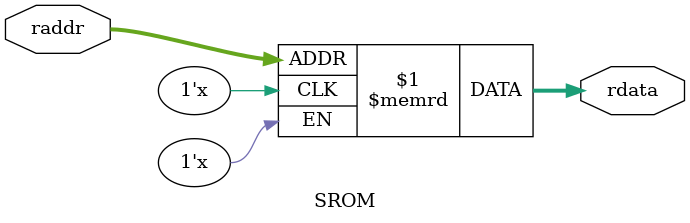
<source format=v>
module SROM(raddr,rdata);
    parameter width = 16;
    parameter size = 4096;
    parameter addr_wid = 12;

    input [addr_wid-1:0]raddr;
    output [width-1:0] rdata;

    reg [width-1:0] mem [0:size-1];

    //read(comb)    
    assign  rdata = mem[raddr];

endmodule

</source>
